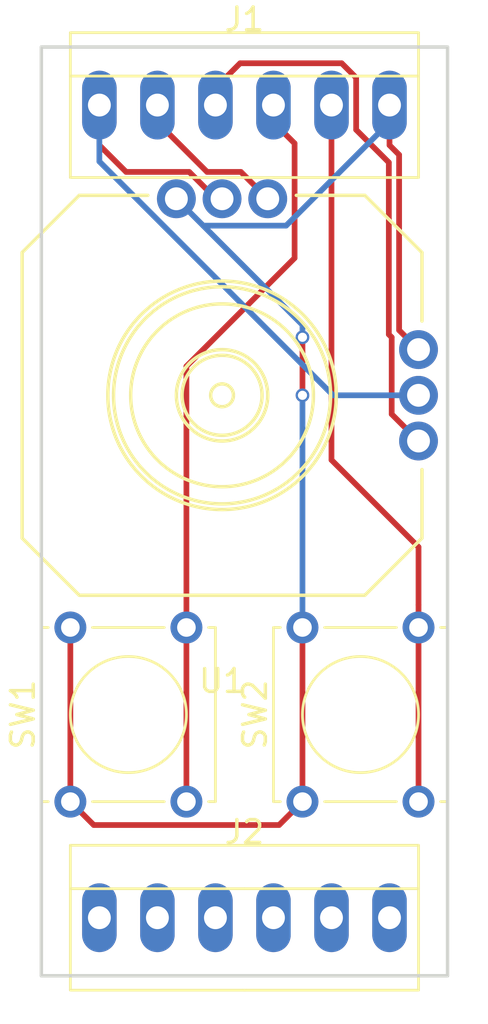
<source format=kicad_pcb>
(kicad_pcb (version 4) (host pcbnew 4.0.7)

  (general
    (links 14)
    (no_connects 0)
    (area 137.814762 89.255 159.485 134.425)
    (thickness 1.6)
    (drawings 4)
    (tracks 54)
    (zones 0)
    (modules 5)
    (nets 13)
  )

  (page A4)
  (layers
    (0 F.Cu signal)
    (31 B.Cu signal)
    (32 B.Adhes user)
    (33 F.Adhes user)
    (34 B.Paste user)
    (35 F.Paste user)
    (36 B.SilkS user)
    (37 F.SilkS user)
    (38 B.Mask user)
    (39 F.Mask user)
    (40 Dwgs.User user)
    (41 Cmts.User user)
    (42 Eco1.User user)
    (43 Eco2.User user)
    (44 Edge.Cuts user)
    (45 Margin user)
    (46 B.CrtYd user)
    (47 F.CrtYd user)
    (48 B.Fab user)
    (49 F.Fab user)
  )

  (setup
    (last_trace_width 0.25)
    (trace_clearance 0.2)
    (zone_clearance 0.508)
    (zone_45_only no)
    (trace_min 0.2)
    (segment_width 0.2)
    (edge_width 0.15)
    (via_size 0.6)
    (via_drill 0.4)
    (via_min_size 0.4)
    (via_min_drill 0.3)
    (uvia_size 0.3)
    (uvia_drill 0.1)
    (uvias_allowed no)
    (uvia_min_size 0.2)
    (uvia_min_drill 0.1)
    (pcb_text_width 0.3)
    (pcb_text_size 1.5 1.5)
    (mod_edge_width 0.15)
    (mod_text_size 1 1)
    (mod_text_width 0.15)
    (pad_size 1.524 1.524)
    (pad_drill 0.762)
    (pad_to_mask_clearance 0.2)
    (aux_axis_origin 0 0)
    (visible_elements FFFFFF7F)
    (pcbplotparams
      (layerselection 0x00030_80000001)
      (usegerberextensions false)
      (excludeedgelayer true)
      (linewidth 0.100000)
      (plotframeref false)
      (viasonmask false)
      (mode 1)
      (useauxorigin false)
      (hpglpennumber 1)
      (hpglpenspeed 20)
      (hpglpendiameter 15)
      (hpglpenoverlay 2)
      (psnegative false)
      (psa4output false)
      (plotreference true)
      (plotvalue true)
      (plotinvisibletext false)
      (padsonsilk false)
      (subtractmaskfromsilk false)
      (outputformat 1)
      (mirror false)
      (drillshape 1)
      (scaleselection 1)
      (outputdirectory ""))
  )

  (net 0 "")
  (net 1 +5V)
  (net 2 /x)
  (net 3 /y)
  (net 4 /sw1)
  (net 5 /sw2)
  (net 6 GND)
  (net 7 "Net-(J2-Pad1)")
  (net 8 "Net-(J2-Pad2)")
  (net 9 "Net-(J2-Pad3)")
  (net 10 "Net-(J2-Pad4)")
  (net 11 "Net-(J2-Pad5)")
  (net 12 "Net-(J2-Pad6)")

  (net_class Default "これは標準のネット クラスです。"
    (clearance 0.2)
    (trace_width 0.25)
    (via_dia 0.6)
    (via_drill 0.4)
    (uvia_dia 0.3)
    (uvia_drill 0.1)
    (add_net +5V)
    (add_net /sw1)
    (add_net /sw2)
    (add_net /x)
    (add_net /y)
    (add_net GND)
    (add_net "Net-(J2-Pad1)")
    (add_net "Net-(J2-Pad2)")
    (add_net "Net-(J2-Pad3)")
    (add_net "Net-(J2-Pad4)")
    (add_net "Net-(J2-Pad5)")
    (add_net "Net-(J2-Pad6)")
  )

  (module Connectors:PINHEAD1-6 (layer F.Cu) (tedit 0) (tstamp 5A8BCB31)
    (at 142.24 93.98)
    (path /5A8BCB8D)
    (fp_text reference J1 (at 6.35 -3.75) (layer F.SilkS)
      (effects (font (size 1 1) (thickness 0.15)))
    )
    (fp_text value Conn_01x06 (at 6.35 3.81) (layer F.Fab)
      (effects (font (size 1 1) (thickness 0.15)))
    )
    (fp_line (start 6.35 3.17) (end 13.97 3.17) (layer F.SilkS) (width 0.12))
    (fp_line (start 6.35 -1.27) (end 13.97 -1.27) (layer F.SilkS) (width 0.12))
    (fp_line (start 6.35 -3.17) (end 13.97 -3.17) (layer F.SilkS) (width 0.12))
    (fp_line (start -1.27 -3.17) (end -1.27 3.17) (layer F.SilkS) (width 0.12))
    (fp_line (start 13.97 -3.17) (end 13.97 3.17) (layer F.SilkS) (width 0.12))
    (fp_line (start 6.35 -1.27) (end -1.27 -1.27) (layer F.SilkS) (width 0.12))
    (fp_line (start -1.27 -3.17) (end 6.35 -3.17) (layer F.SilkS) (width 0.12))
    (fp_line (start 6.35 3.17) (end -1.27 3.17) (layer F.SilkS) (width 0.12))
    (fp_line (start -1.52 -3.42) (end 14.22 -3.42) (layer F.CrtYd) (width 0.05))
    (fp_line (start -1.52 -3.42) (end -1.52 3.42) (layer F.CrtYd) (width 0.05))
    (fp_line (start 14.22 3.42) (end 14.22 -3.42) (layer F.CrtYd) (width 0.05))
    (fp_line (start 14.22 3.42) (end -1.52 3.42) (layer F.CrtYd) (width 0.05))
    (pad 1 thru_hole oval (at 0 0) (size 1.51 3.01) (drill 1) (layers *.Cu *.Mask)
      (net 1 +5V))
    (pad 2 thru_hole oval (at 2.54 0) (size 1.51 3.01) (drill 1) (layers *.Cu *.Mask)
      (net 3 /y))
    (pad 3 thru_hole oval (at 5.08 0) (size 1.51 3.01) (drill 1) (layers *.Cu *.Mask)
      (net 2 /x))
    (pad 4 thru_hole oval (at 7.62 0) (size 1.51 3.01) (drill 1) (layers *.Cu *.Mask)
      (net 4 /sw1))
    (pad 5 thru_hole oval (at 10.16 0) (size 1.51 3.01) (drill 1) (layers *.Cu *.Mask)
      (net 5 /sw2))
    (pad 6 thru_hole oval (at 12.7 0) (size 1.51 3.01) (drill 1) (layers *.Cu *.Mask)
      (net 6 GND))
  )

  (module Connectors:PINHEAD1-6 (layer F.Cu) (tedit 0) (tstamp 5A8BCB3B)
    (at 142.24 129.54)
    (path /5A8BCBAA)
    (fp_text reference J2 (at 6.35 -3.75) (layer F.SilkS)
      (effects (font (size 1 1) (thickness 0.15)))
    )
    (fp_text value Conn_01x06 (at 6.35 3.81) (layer F.Fab)
      (effects (font (size 1 1) (thickness 0.15)))
    )
    (fp_line (start 6.35 3.17) (end 13.97 3.17) (layer F.SilkS) (width 0.12))
    (fp_line (start 6.35 -1.27) (end 13.97 -1.27) (layer F.SilkS) (width 0.12))
    (fp_line (start 6.35 -3.17) (end 13.97 -3.17) (layer F.SilkS) (width 0.12))
    (fp_line (start -1.27 -3.17) (end -1.27 3.17) (layer F.SilkS) (width 0.12))
    (fp_line (start 13.97 -3.17) (end 13.97 3.17) (layer F.SilkS) (width 0.12))
    (fp_line (start 6.35 -1.27) (end -1.27 -1.27) (layer F.SilkS) (width 0.12))
    (fp_line (start -1.27 -3.17) (end 6.35 -3.17) (layer F.SilkS) (width 0.12))
    (fp_line (start 6.35 3.17) (end -1.27 3.17) (layer F.SilkS) (width 0.12))
    (fp_line (start -1.52 -3.42) (end 14.22 -3.42) (layer F.CrtYd) (width 0.05))
    (fp_line (start -1.52 -3.42) (end -1.52 3.42) (layer F.CrtYd) (width 0.05))
    (fp_line (start 14.22 3.42) (end 14.22 -3.42) (layer F.CrtYd) (width 0.05))
    (fp_line (start 14.22 3.42) (end -1.52 3.42) (layer F.CrtYd) (width 0.05))
    (pad 1 thru_hole oval (at 0 0) (size 1.51 3.01) (drill 1) (layers *.Cu *.Mask)
      (net 7 "Net-(J2-Pad1)"))
    (pad 2 thru_hole oval (at 2.54 0) (size 1.51 3.01) (drill 1) (layers *.Cu *.Mask)
      (net 8 "Net-(J2-Pad2)"))
    (pad 3 thru_hole oval (at 5.08 0) (size 1.51 3.01) (drill 1) (layers *.Cu *.Mask)
      (net 9 "Net-(J2-Pad3)"))
    (pad 4 thru_hole oval (at 7.62 0) (size 1.51 3.01) (drill 1) (layers *.Cu *.Mask)
      (net 10 "Net-(J2-Pad4)"))
    (pad 5 thru_hole oval (at 10.16 0) (size 1.51 3.01) (drill 1) (layers *.Cu *.Mask)
      (net 11 "Net-(J2-Pad5)"))
    (pad 6 thru_hole oval (at 12.7 0) (size 1.51 3.01) (drill 1) (layers *.Cu *.Mask)
      (net 12 "Net-(J2-Pad6)"))
  )

  (module Buttons_Switches_THT:SW_Tactile_Straight_KSL0Axx1LFTR (layer F.Cu) (tedit 592E7E42) (tstamp 5A8BCB43)
    (at 140.97 124.46 90)
    (descr "SW PUSH SMALL http://www.ckswitches.com/media/1457/ksa_ksl.pdf")
    (tags "SW PUSH SMALL Tactile C&K")
    (path /5A8BCA24)
    (fp_text reference SW1 (at 3.81 -2.08 90) (layer F.SilkS)
      (effects (font (size 1 1) (thickness 0.15)))
    )
    (fp_text value SW_DIP_x01 (at 3.81 7.28 90) (layer F.Fab)
      (effects (font (size 1 1) (thickness 0.15)))
    )
    (fp_line (start 7.51 6.24) (end 0.11 6.24) (layer F.Fab) (width 0.1))
    (fp_line (start 7.51 -1.16) (end 7.51 6.24) (layer F.Fab) (width 0.1))
    (fp_line (start 0.11 -1.16) (end 7.51 -1.16) (layer F.Fab) (width 0.1))
    (fp_line (start 0.11 6.24) (end 0.11 -1.16) (layer F.Fab) (width 0.1))
    (fp_text user %R (at 3.81 2.54 90) (layer F.Fab)
      (effects (font (size 1 1) (thickness 0.15)))
    )
    (fp_line (start 0 -1.27) (end 7.62 -1.27) (layer F.SilkS) (width 0.12))
    (fp_line (start 7.62 -1.27) (end 7.62 -0.97) (layer F.SilkS) (width 0.12))
    (fp_line (start 7.62 6.35) (end 0 6.35) (layer F.SilkS) (width 0.12))
    (fp_line (start 0 -1.27) (end 0 -0.97) (layer F.SilkS) (width 0.12))
    (fp_line (start 7.62 0.97) (end 7.62 4.11) (layer F.SilkS) (width 0.12))
    (fp_line (start 0 0.97) (end 0 4.11) (layer F.SilkS) (width 0.12))
    (fp_line (start -0.95 -1.41) (end 8.57 -1.41) (layer F.CrtYd) (width 0.05))
    (fp_line (start -0.95 -1.41) (end -0.95 6.49) (layer F.CrtYd) (width 0.05))
    (fp_line (start 8.57 6.49) (end 8.57 -1.41) (layer F.CrtYd) (width 0.05))
    (fp_line (start 8.57 6.49) (end -0.95 6.49) (layer F.CrtYd) (width 0.05))
    (fp_line (start 7.62 6.05) (end 7.62 6.35) (layer F.SilkS) (width 0.12))
    (fp_line (start 0 6.05) (end 0 6.35) (layer F.SilkS) (width 0.12))
    (fp_circle (center 3.81 2.54) (end 3.81 0) (layer F.SilkS) (width 0.12))
    (pad 1 thru_hole circle (at 7.62 0 90) (size 1.397 1.397) (drill 0.8128) (layers *.Cu *.Mask)
      (net 6 GND))
    (pad 2 thru_hole circle (at 7.62 5.08 90) (size 1.397 1.397) (drill 0.8128) (layers *.Cu *.Mask)
      (net 4 /sw1))
    (pad 1 thru_hole circle (at 0 0 90) (size 1.397 1.397) (drill 0.8128) (layers *.Cu *.Mask)
      (net 6 GND))
    (pad 2 thru_hole circle (at 0 5.08 90) (size 1.397 1.397) (drill 0.8128) (layers *.Cu *.Mask)
      (net 4 /sw1))
    (model ${KISYS3DMOD}/Buttons_Switches_THT.3dshapes/SW_Tactile_Straight_KSL0Axx1LFTR.wrl
      (at (xyz 0 0 0))
      (scale (xyz 1 1 1))
      (rotate (xyz 0 0 0))
    )
  )

  (module Buttons_Switches_THT:SW_Tactile_Straight_KSL0Axx1LFTR (layer F.Cu) (tedit 592E7E42) (tstamp 5A8BCB4B)
    (at 151.13 124.46 90)
    (descr "SW PUSH SMALL http://www.ckswitches.com/media/1457/ksa_ksl.pdf")
    (tags "SW PUSH SMALL Tactile C&K")
    (path /5A8BCAA9)
    (fp_text reference SW2 (at 3.81 -2.08 90) (layer F.SilkS)
      (effects (font (size 1 1) (thickness 0.15)))
    )
    (fp_text value SW_DIP_x01 (at 3.81 7.28 90) (layer F.Fab)
      (effects (font (size 1 1) (thickness 0.15)))
    )
    (fp_line (start 7.51 6.24) (end 0.11 6.24) (layer F.Fab) (width 0.1))
    (fp_line (start 7.51 -1.16) (end 7.51 6.24) (layer F.Fab) (width 0.1))
    (fp_line (start 0.11 -1.16) (end 7.51 -1.16) (layer F.Fab) (width 0.1))
    (fp_line (start 0.11 6.24) (end 0.11 -1.16) (layer F.Fab) (width 0.1))
    (fp_text user %R (at 3.81 2.54 90) (layer F.Fab)
      (effects (font (size 1 1) (thickness 0.15)))
    )
    (fp_line (start 0 -1.27) (end 7.62 -1.27) (layer F.SilkS) (width 0.12))
    (fp_line (start 7.62 -1.27) (end 7.62 -0.97) (layer F.SilkS) (width 0.12))
    (fp_line (start 7.62 6.35) (end 0 6.35) (layer F.SilkS) (width 0.12))
    (fp_line (start 0 -1.27) (end 0 -0.97) (layer F.SilkS) (width 0.12))
    (fp_line (start 7.62 0.97) (end 7.62 4.11) (layer F.SilkS) (width 0.12))
    (fp_line (start 0 0.97) (end 0 4.11) (layer F.SilkS) (width 0.12))
    (fp_line (start -0.95 -1.41) (end 8.57 -1.41) (layer F.CrtYd) (width 0.05))
    (fp_line (start -0.95 -1.41) (end -0.95 6.49) (layer F.CrtYd) (width 0.05))
    (fp_line (start 8.57 6.49) (end 8.57 -1.41) (layer F.CrtYd) (width 0.05))
    (fp_line (start 8.57 6.49) (end -0.95 6.49) (layer F.CrtYd) (width 0.05))
    (fp_line (start 7.62 6.05) (end 7.62 6.35) (layer F.SilkS) (width 0.12))
    (fp_line (start 0 6.05) (end 0 6.35) (layer F.SilkS) (width 0.12))
    (fp_circle (center 3.81 2.54) (end 3.81 0) (layer F.SilkS) (width 0.12))
    (pad 1 thru_hole circle (at 7.62 0 90) (size 1.397 1.397) (drill 0.8128) (layers *.Cu *.Mask)
      (net 6 GND))
    (pad 2 thru_hole circle (at 7.62 5.08 90) (size 1.397 1.397) (drill 0.8128) (layers *.Cu *.Mask)
      (net 5 /sw2))
    (pad 1 thru_hole circle (at 0 0 90) (size 1.397 1.397) (drill 0.8128) (layers *.Cu *.Mask)
      (net 6 GND))
    (pad 2 thru_hole circle (at 0 5.08 90) (size 1.397 1.397) (drill 0.8128) (layers *.Cu *.Mask)
      (net 5 /sw2))
    (model ${KISYS3DMOD}/Buttons_Switches_THT.3dshapes/SW_Tactile_Straight_KSL0Axx1LFTR.wrl
      (at (xyz 0 0 0))
      (scale (xyz 1 1 1))
      (rotate (xyz 0 0 0))
    )
  )

  (module 4x6t2:JT8P-3.2T-B10K-1-16Y (layer F.Cu) (tedit 5A8A9D63) (tstamp 5A8BCB57)
    (at 147.61 106.68)
    (path /5A8BC9D2)
    (fp_text reference U1 (at 0 12.5) (layer F.SilkS)
      (effects (font (size 1 1) (thickness 0.15)))
    )
    (fp_text value JT8P-3.2T-B10K-1-16Y (at 0 11.5) (layer F.Fab)
      (effects (font (size 1 1) (thickness 0.15)))
    )
    (fp_circle (center 0 0) (end 0 -1.75) (layer F.SilkS) (width 0.15))
    (fp_circle (center 0 0) (end 0 -5) (layer F.SilkS) (width 0.15))
    (fp_circle (center 0 0) (end 0 -4.75) (layer F.SilkS) (width 0.15))
    (fp_circle (center 0 0) (end 0 0.5) (layer F.SilkS) (width 0.15))
    (fp_circle (center 0 0) (end 0 2) (layer F.SilkS) (width 0.15))
    (fp_circle (center 0 0) (end 0 4) (layer F.SilkS) (width 0.15))
    (fp_line (start -8.75 -6.25) (end -6.25 -8.75) (layer F.SilkS) (width 0.15))
    (fp_line (start -6.25 8.75) (end -8.75 6.25) (layer F.SilkS) (width 0.15))
    (fp_line (start 6.25 8.75) (end 8.75 6.25) (layer F.SilkS) (width 0.15))
    (fp_line (start 8.75 -6.25) (end 6.25 -8.75) (layer F.SilkS) (width 0.15))
    (fp_line (start 8.75 3.25) (end 8.75 6.25) (layer F.SilkS) (width 0.15))
    (fp_line (start -3.25 -8.75) (end -6.25 -8.75) (layer F.SilkS) (width 0.15))
    (fp_line (start -8.75 -6.25) (end -8.75 6.25) (layer F.SilkS) (width 0.15))
    (fp_line (start 8.75 -3.25) (end 8.75 -6.25) (layer F.SilkS) (width 0.15))
    (fp_line (start 6.25 -8.75) (end 3.25 -8.75) (layer F.SilkS) (width 0.15))
    (fp_line (start 6.25 8.75) (end -6.25 8.75) (layer F.SilkS) (width 0.15))
    (pad 1 thru_hole circle (at 2 -8.6) (size 1.7 1.7) (drill 1) (layers *.Cu *.Mask)
      (net 3 /y))
    (pad 2 thru_hole circle (at 0 -8.6) (size 1.7 1.7) (drill 1) (layers *.Cu *.Mask)
      (net 1 +5V))
    (pad 3 thru_hole circle (at -2 -8.6) (size 1.7 1.7) (drill 1) (layers *.Cu *.Mask)
      (net 6 GND))
    (pad 4 thru_hole circle (at 8.6 2) (size 1.7 1.7) (drill 1) (layers *.Cu *.Mask)
      (net 2 /x))
    (pad 5 thru_hole circle (at 8.6 0) (size 1.7 1.7) (drill 1) (layers *.Cu *.Mask)
      (net 1 +5V))
    (pad 6 thru_hole circle (at 8.6 -2) (size 1.7 1.7) (drill 1) (layers *.Cu *.Mask)
      (net 6 GND))
    (pad "" np_thru_hole circle (at 6 6) (size 2 2) (drill 2) (layers *.Cu *.Mask))
    (pad "" np_thru_hole circle (at -6 -6) (size 2 2) (drill 2) (layers *.Cu *.Mask))
  )

  (gr_line (start 157.48 91.44) (end 157.48 132.08) (layer Edge.Cuts) (width 0.15))
  (gr_line (start 139.7 91.44) (end 157.48 91.44) (layer Edge.Cuts) (width 0.15))
  (gr_line (start 139.7 132.08) (end 139.7 91.44) (layer Edge.Cuts) (width 0.15))
  (gr_line (start 157.48 132.08) (end 139.7 132.08) (layer Edge.Cuts) (width 0.15))

  (segment (start 142.24 93.98) (end 142.24 95.735) (width 0.25) (layer F.Cu) (net 1))
  (segment (start 142.24 95.735) (end 143.409999 96.904999) (width 0.25) (layer F.Cu) (net 1))
  (segment (start 143.409999 96.904999) (end 146.174001 96.904999) (width 0.25) (layer F.Cu) (net 1))
  (segment (start 146.174001 96.904999) (end 147.349002 98.08) (width 0.25) (layer F.Cu) (net 1))
  (segment (start 147.349002 98.08) (end 147.61 98.08) (width 0.25) (layer F.Cu) (net 1))
  (segment (start 156.21 106.68) (end 152.470998 106.68) (width 0.25) (layer B.Cu) (net 1))
  (segment (start 152.470998 106.68) (end 142.24 96.449002) (width 0.25) (layer B.Cu) (net 1))
  (segment (start 142.24 96.449002) (end 142.24 95.735) (width 0.25) (layer B.Cu) (net 1))
  (segment (start 142.24 95.735) (end 142.24 93.98) (width 0.25) (layer B.Cu) (net 1))
  (segment (start 156.21 108.68) (end 155.034999 107.504999) (width 0.25) (layer F.Cu) (net 2))
  (segment (start 155.034999 107.504999) (end 155.034999 104.14141) (width 0.25) (layer F.Cu) (net 2))
  (segment (start 155.034999 104.14141) (end 154.90999 104.016401) (width 0.25) (layer F.Cu) (net 2))
  (segment (start 154.90999 104.016401) (end 154.90999 96.48999) (width 0.25) (layer F.Cu) (net 2))
  (segment (start 154.90999 96.48999) (end 153.48001 95.06001) (width 0.25) (layer F.Cu) (net 2))
  (segment (start 153.48001 95.06001) (end 153.48001 92.782646) (width 0.25) (layer F.Cu) (net 2))
  (segment (start 148.40001 92.14999) (end 147.32 93.23) (width 0.25) (layer F.Cu) (net 2))
  (segment (start 147.32 93.23) (end 147.32 93.98) (width 0.25) (layer F.Cu) (net 2))
  (segment (start 153.48001 92.782646) (end 152.847354 92.14999) (width 0.25) (layer F.Cu) (net 2))
  (segment (start 152.847354 92.14999) (end 148.40001 92.14999) (width 0.25) (layer F.Cu) (net 2))
  (segment (start 149.61 98.08) (end 148.434999 96.904999) (width 0.25) (layer F.Cu) (net 3))
  (segment (start 148.434999 96.904999) (end 146.954999 96.904999) (width 0.25) (layer F.Cu) (net 3))
  (segment (start 146.954999 96.904999) (end 144.78 94.73) (width 0.25) (layer F.Cu) (net 3))
  (segment (start 144.78 94.73) (end 144.78 93.98) (width 0.25) (layer F.Cu) (net 3))
  (segment (start 150.785001 100.674999) (end 146.05 105.41) (width 0.25) (layer F.Cu) (net 4))
  (segment (start 149.86 93.98) (end 149.86 94.73) (width 0.25) (layer F.Cu) (net 4))
  (segment (start 149.86 94.73) (end 150.785001 95.655001) (width 0.25) (layer F.Cu) (net 4))
  (segment (start 150.785001 95.655001) (end 150.785001 100.674999) (width 0.25) (layer F.Cu) (net 4))
  (segment (start 146.05 116.84) (end 146.05 105.41) (width 0.25) (layer F.Cu) (net 4))
  (segment (start 146.05 124.46) (end 146.05 116.84) (width 0.25) (layer F.Cu) (net 4))
  (segment (start 152.4 93.98) (end 152.4 109.508998) (width 0.25) (layer F.Cu) (net 5))
  (segment (start 152.4 109.508998) (end 156.21 113.318998) (width 0.25) (layer F.Cu) (net 5))
  (segment (start 156.21 113.318998) (end 156.21 115.852172) (width 0.25) (layer F.Cu) (net 5))
  (segment (start 156.21 115.852172) (end 156.21 116.84) (width 0.25) (layer F.Cu) (net 5))
  (segment (start 156.21 124.46) (end 156.21 116.84) (width 0.25) (layer F.Cu) (net 5))
  (segment (start 151.13 104.14) (end 151.13 103.6) (width 0.25) (layer B.Cu) (net 6))
  (segment (start 151.13 103.6) (end 146.785001 99.255001) (width 0.25) (layer B.Cu) (net 6))
  (segment (start 151.13 106.68) (end 151.13 104.14) (width 0.25) (layer F.Cu) (net 6))
  (via (at 151.13 104.14) (size 0.6) (drill 0.4) (layers F.Cu B.Cu) (net 6))
  (via (at 151.13 106.68) (size 0.6) (drill 0.4) (layers F.Cu B.Cu) (net 6))
  (segment (start 151.13 116.84) (end 151.13 106.68) (width 0.25) (layer B.Cu) (net 6))
  (segment (start 146.785001 99.255001) (end 150.414999 99.255001) (width 0.25) (layer B.Cu) (net 6))
  (segment (start 150.414999 99.255001) (end 154.94 94.73) (width 0.25) (layer B.Cu) (net 6))
  (segment (start 145.61 98.08) (end 146.785001 99.255001) (width 0.25) (layer B.Cu) (net 6))
  (segment (start 154.94 94.73) (end 154.94 93.98) (width 0.25) (layer B.Cu) (net 6))
  (segment (start 155.360001 103.830001) (end 155.360001 96.155001) (width 0.25) (layer F.Cu) (net 6))
  (segment (start 156.21 104.68) (end 155.360001 103.830001) (width 0.25) (layer F.Cu) (net 6))
  (segment (start 155.360001 96.155001) (end 154.94 95.735) (width 0.25) (layer F.Cu) (net 6))
  (segment (start 154.94 95.735) (end 154.94 93.98) (width 0.25) (layer F.Cu) (net 6))
  (segment (start 140.97 124.46) (end 141.993501 125.483501) (width 0.25) (layer F.Cu) (net 6))
  (segment (start 141.993501 125.483501) (end 150.106499 125.483501) (width 0.25) (layer F.Cu) (net 6))
  (segment (start 150.106499 125.483501) (end 150.431501 125.158499) (width 0.25) (layer F.Cu) (net 6))
  (segment (start 150.431501 125.158499) (end 151.13 124.46) (width 0.25) (layer F.Cu) (net 6))
  (segment (start 140.97 124.46) (end 140.97 116.84) (width 0.25) (layer F.Cu) (net 6))
  (segment (start 151.13 124.46) (end 151.13 116.84) (width 0.25) (layer F.Cu) (net 6))

)

</source>
